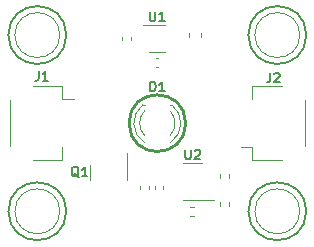
<source format=gto>
%TF.GenerationSoftware,KiCad,Pcbnew,7.0.8-7.0.8~ubuntu22.04.1*%
%TF.CreationDate,2023-11-26T12:41:47-08:00*%
%TF.ProjectId,radial_24mA,72616469-616c-45f3-9234-6d412e6b6963,rev?*%
%TF.SameCoordinates,Original*%
%TF.FileFunction,Legend,Top*%
%TF.FilePolarity,Positive*%
%FSLAX46Y46*%
G04 Gerber Fmt 4.6, Leading zero omitted, Abs format (unit mm)*
G04 Created by KiCad (PCBNEW 7.0.8-7.0.8~ubuntu22.04.1) date 2023-11-26 12:41:47*
%MOMM*%
%LPD*%
G01*
G04 APERTURE LIST*
%ADD10C,0.250000*%
%ADD11C,0.150000*%
%ADD12C,0.050000*%
%ADD13C,0.120000*%
G04 APERTURE END LIST*
D10*
X65100000Y-60000000D02*
G75*
G03*
X65100000Y-60000000I-2400000J0D01*
G01*
D11*
X62122124Y-57309095D02*
X62122124Y-56509095D01*
X62122124Y-56509095D02*
X62312600Y-56509095D01*
X62312600Y-56509095D02*
X62426886Y-56547190D01*
X62426886Y-56547190D02*
X62503076Y-56623380D01*
X62503076Y-56623380D02*
X62541171Y-56699571D01*
X62541171Y-56699571D02*
X62579267Y-56851952D01*
X62579267Y-56851952D02*
X62579267Y-56966238D01*
X62579267Y-56966238D02*
X62541171Y-57118619D01*
X62541171Y-57118619D02*
X62503076Y-57194809D01*
X62503076Y-57194809D02*
X62426886Y-57271000D01*
X62426886Y-57271000D02*
X62312600Y-57309095D01*
X62312600Y-57309095D02*
X62122124Y-57309095D01*
X63341171Y-57309095D02*
X62884028Y-57309095D01*
X63112600Y-57309095D02*
X63112600Y-56509095D01*
X63112600Y-56509095D02*
X63036409Y-56623380D01*
X63036409Y-56623380D02*
X62960219Y-56699571D01*
X62960219Y-56699571D02*
X62884028Y-56737666D01*
X52643133Y-55620095D02*
X52643133Y-56191523D01*
X52643133Y-56191523D02*
X52605038Y-56305809D01*
X52605038Y-56305809D02*
X52528847Y-56382000D01*
X52528847Y-56382000D02*
X52414562Y-56420095D01*
X52414562Y-56420095D02*
X52338371Y-56420095D01*
X53443133Y-56420095D02*
X52985990Y-56420095D01*
X53214562Y-56420095D02*
X53214562Y-55620095D01*
X53214562Y-55620095D02*
X53138371Y-55734380D01*
X53138371Y-55734380D02*
X53062181Y-55810571D01*
X53062181Y-55810571D02*
X52985990Y-55848666D01*
X72274133Y-55747095D02*
X72274133Y-56318523D01*
X72274133Y-56318523D02*
X72236038Y-56432809D01*
X72236038Y-56432809D02*
X72159847Y-56509000D01*
X72159847Y-56509000D02*
X72045562Y-56547095D01*
X72045562Y-56547095D02*
X71969371Y-56547095D01*
X72616990Y-55823285D02*
X72655086Y-55785190D01*
X72655086Y-55785190D02*
X72731276Y-55747095D01*
X72731276Y-55747095D02*
X72921752Y-55747095D01*
X72921752Y-55747095D02*
X72997943Y-55785190D01*
X72997943Y-55785190D02*
X73036038Y-55823285D01*
X73036038Y-55823285D02*
X73074133Y-55899476D01*
X73074133Y-55899476D02*
X73074133Y-55975666D01*
X73074133Y-55975666D02*
X73036038Y-56089952D01*
X73036038Y-56089952D02*
X72578895Y-56547095D01*
X72578895Y-56547095D02*
X73074133Y-56547095D01*
X65060676Y-62243295D02*
X65060676Y-62890914D01*
X65060676Y-62890914D02*
X65098771Y-62967104D01*
X65098771Y-62967104D02*
X65136866Y-63005200D01*
X65136866Y-63005200D02*
X65213057Y-63043295D01*
X65213057Y-63043295D02*
X65365438Y-63043295D01*
X65365438Y-63043295D02*
X65441628Y-63005200D01*
X65441628Y-63005200D02*
X65479723Y-62967104D01*
X65479723Y-62967104D02*
X65517819Y-62890914D01*
X65517819Y-62890914D02*
X65517819Y-62243295D01*
X65860675Y-62319485D02*
X65898771Y-62281390D01*
X65898771Y-62281390D02*
X65974961Y-62243295D01*
X65974961Y-62243295D02*
X66165437Y-62243295D01*
X66165437Y-62243295D02*
X66241628Y-62281390D01*
X66241628Y-62281390D02*
X66279723Y-62319485D01*
X66279723Y-62319485D02*
X66317818Y-62395676D01*
X66317818Y-62395676D02*
X66317818Y-62471866D01*
X66317818Y-62471866D02*
X66279723Y-62586152D01*
X66279723Y-62586152D02*
X65822580Y-63043295D01*
X65822580Y-63043295D02*
X66317818Y-63043295D01*
X62067476Y-50565495D02*
X62067476Y-51213114D01*
X62067476Y-51213114D02*
X62105571Y-51289304D01*
X62105571Y-51289304D02*
X62143666Y-51327400D01*
X62143666Y-51327400D02*
X62219857Y-51365495D01*
X62219857Y-51365495D02*
X62372238Y-51365495D01*
X62372238Y-51365495D02*
X62448428Y-51327400D01*
X62448428Y-51327400D02*
X62486523Y-51289304D01*
X62486523Y-51289304D02*
X62524619Y-51213114D01*
X62524619Y-51213114D02*
X62524619Y-50565495D01*
X63324618Y-51365495D02*
X62867475Y-51365495D01*
X63096047Y-51365495D02*
X63096047Y-50565495D01*
X63096047Y-50565495D02*
X63019856Y-50679780D01*
X63019856Y-50679780D02*
X62943666Y-50755971D01*
X62943666Y-50755971D02*
X62867475Y-50794066D01*
X56048809Y-64588485D02*
X55972619Y-64550390D01*
X55972619Y-64550390D02*
X55896428Y-64474200D01*
X55896428Y-64474200D02*
X55782142Y-64359914D01*
X55782142Y-64359914D02*
X55705952Y-64321819D01*
X55705952Y-64321819D02*
X55629761Y-64321819D01*
X55667857Y-64512295D02*
X55591666Y-64474200D01*
X55591666Y-64474200D02*
X55515476Y-64398009D01*
X55515476Y-64398009D02*
X55477380Y-64245628D01*
X55477380Y-64245628D02*
X55477380Y-63978961D01*
X55477380Y-63978961D02*
X55515476Y-63826580D01*
X55515476Y-63826580D02*
X55591666Y-63750390D01*
X55591666Y-63750390D02*
X55667857Y-63712295D01*
X55667857Y-63712295D02*
X55820238Y-63712295D01*
X55820238Y-63712295D02*
X55896428Y-63750390D01*
X55896428Y-63750390D02*
X55972619Y-63826580D01*
X55972619Y-63826580D02*
X56010714Y-63978961D01*
X56010714Y-63978961D02*
X56010714Y-64245628D01*
X56010714Y-64245628D02*
X55972619Y-64398009D01*
X55972619Y-64398009D02*
X55896428Y-64474200D01*
X55896428Y-64474200D02*
X55820238Y-64512295D01*
X55820238Y-64512295D02*
X55667857Y-64512295D01*
X56772618Y-64512295D02*
X56315475Y-64512295D01*
X56544047Y-64512295D02*
X56544047Y-63712295D01*
X56544047Y-63712295D02*
X56467856Y-63826580D01*
X56467856Y-63826580D02*
X56391666Y-63902771D01*
X56391666Y-63902771D02*
X56315475Y-63940866D01*
D12*
%TO.C,M1*%
X54440000Y-52540000D02*
G75*
G03*
X54440000Y-52540000I-1900000J0D01*
G01*
D11*
X54990000Y-52540000D02*
G75*
G03*
X54990000Y-52540000I-2450000J0D01*
G01*
D12*
%TO.C,M2*%
X74760000Y-52540000D02*
G75*
G03*
X74760000Y-52540000I-1900000J0D01*
G01*
D11*
X75310000Y-52540000D02*
G75*
G03*
X75310000Y-52540000I-2450000J0D01*
G01*
D12*
%TO.C,M3*%
X74760000Y-67460000D02*
G75*
G03*
X74760000Y-67460000I-1900000J0D01*
G01*
D11*
X75310000Y-67460000D02*
G75*
G03*
X75310000Y-67460000I-2450000J0D01*
G01*
D12*
%TO.C,M4*%
X54440000Y-67460000D02*
G75*
G03*
X54440000Y-67460000I-1900000J0D01*
G01*
D11*
X54990000Y-67460000D02*
G75*
G03*
X54990000Y-67460000I-2450000J0D01*
G01*
D13*
%TO.C,D1*%
X63936000Y-58440000D02*
X63780000Y-58440000D01*
X61620000Y-58440000D02*
X61464000Y-58440000D01*
X63778608Y-61672334D02*
G75*
G03*
X63935515Y-58440001I-1078608J1672334D01*
G01*
X63779836Y-61041129D02*
G75*
G03*
X63779999Y-58959040I-1079836J1041129D01*
G01*
X61620001Y-58959040D02*
G75*
G03*
X61620164Y-61041129I1079999J-1040960D01*
G01*
X61464485Y-58440001D02*
G75*
G03*
X61621392Y-61672334I1235515J-1559999D01*
G01*
%TO.C,J1*%
X54665000Y-56890000D02*
X54665000Y-57940000D01*
X52165000Y-56890000D02*
X54665000Y-56890000D01*
X54665000Y-57940000D02*
X55655000Y-57940000D01*
X50195000Y-58060000D02*
X50195000Y-61940000D01*
X54665000Y-63110000D02*
X54665000Y-62060000D01*
X52165000Y-63110000D02*
X54665000Y-63110000D01*
%TO.C,J2*%
X70735000Y-63110000D02*
X70735000Y-62060000D01*
X73235000Y-63110000D02*
X70735000Y-63110000D01*
X70735000Y-62060000D02*
X69745000Y-62060000D01*
X75205000Y-61940000D02*
X75205000Y-58060000D01*
X70735000Y-56890000D02*
X70735000Y-57940000D01*
X73235000Y-56890000D02*
X70735000Y-56890000D01*
%TO.C,R1*%
X68807600Y-64338959D02*
X68807600Y-64646241D01*
X68047600Y-64338959D02*
X68047600Y-64646241D01*
%TO.C,U2*%
X65657700Y-66491000D02*
X67457700Y-66491000D01*
X65657700Y-66491000D02*
X64857700Y-66491000D01*
X65657700Y-63371000D02*
X66457700Y-63371000D01*
X65657700Y-63371000D02*
X64857700Y-63371000D01*
%TO.C,C3*%
X62485200Y-65563836D02*
X62485200Y-65348164D01*
X63205200Y-65563836D02*
X63205200Y-65348164D01*
%TO.C,R3*%
X68047600Y-67004441D02*
X68047600Y-66697159D01*
X68807600Y-67004441D02*
X68807600Y-66697159D01*
%TO.C,L1*%
X66372200Y-52364421D02*
X66372200Y-52689979D01*
X65352200Y-52364421D02*
X65352200Y-52689979D01*
%TO.C,R2*%
X65506559Y-67101000D02*
X65813841Y-67101000D01*
X65506559Y-67861000D02*
X65813841Y-67861000D01*
%TO.C,C1*%
X59711000Y-52939836D02*
X59711000Y-52724164D01*
X60431000Y-52939836D02*
X60431000Y-52724164D01*
%TO.C,U1*%
X61977000Y-54007000D02*
X63377000Y-54007000D01*
X63377000Y-51687000D02*
X61477000Y-51687000D01*
%TO.C,C4*%
X61260200Y-65568836D02*
X61260200Y-65353164D01*
X61980200Y-65568836D02*
X61980200Y-65353164D01*
%TO.C,Q1*%
X60110000Y-64162500D02*
X60110000Y-62487500D01*
X60110000Y-64162500D02*
X60110000Y-64812500D01*
X56990000Y-64162500D02*
X56990000Y-63512500D01*
X56990000Y-64162500D02*
X56990000Y-64812500D01*
%TO.C,C2*%
X62581964Y-54504000D02*
X62797636Y-54504000D01*
X62581964Y-55224000D02*
X62797636Y-55224000D01*
%TD*%
M02*

</source>
